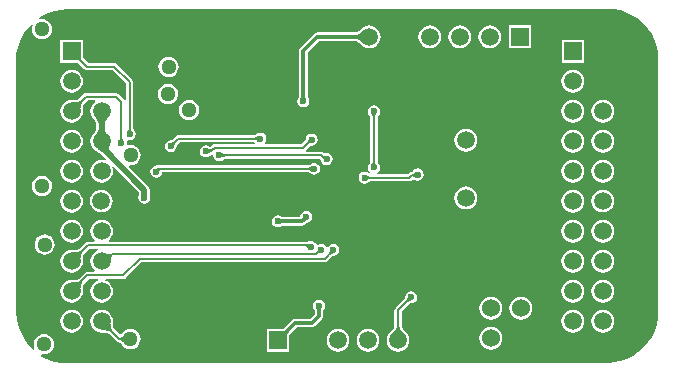
<source format=gbl>
G04*
G04 #@! TF.GenerationSoftware,Altium Limited,Altium Designer,19.0.15 (446)*
G04*
G04 Layer_Physical_Order=2*
G04 Layer_Color=16711680*
%FSLAX24Y24*%
%MOIN*%
G70*
G01*
G75*
%ADD13C,0.0118*%
%ADD25R,0.0591X0.0591*%
%ADD47C,0.0080*%
%ADD49C,0.0197*%
%ADD50C,0.0512*%
%ADD51C,0.0591*%
%ADD52R,0.0591X0.0591*%
%ADD53C,0.0600*%
%ADD54O,0.0591X0.0669*%
%ADD55O,0.0512X0.0787*%
%ADD56C,0.0236*%
G36*
X20060Y11924D02*
X20281Y11880D01*
X20495Y11807D01*
X20697Y11708D01*
X20884Y11582D01*
X21054Y11434D01*
X21203Y11264D01*
X21328Y11077D01*
X21428Y10875D01*
X21500Y10661D01*
X21532Y10501D01*
Y2085D01*
X21529Y2052D01*
X21528Y2050D01*
X21527Y2038D01*
X21527Y2038D01*
X21532Y1969D01*
Y1761D01*
X21524Y1640D01*
X21480Y1419D01*
X21407Y1205D01*
X21308Y1003D01*
X21182Y816D01*
X21034Y646D01*
X20864Y497D01*
X20677Y372D01*
X20475Y272D01*
X20261Y200D01*
X20040Y156D01*
X19988Y153D01*
X19988Y149D01*
X19953Y142D01*
X19923Y122D01*
X2038D01*
X2038Y123D01*
X2023Y122D01*
X1707D01*
X1640Y126D01*
X1419Y170D01*
X1205Y243D01*
X1003Y342D01*
X957Y373D01*
X975Y421D01*
X1050Y411D01*
X1138Y423D01*
X1219Y457D01*
X1290Y510D01*
X1343Y581D01*
X1377Y662D01*
X1389Y750D01*
X1377Y838D01*
X1343Y919D01*
X1290Y990D01*
X1219Y1043D01*
X1138Y1077D01*
X1050Y1089D01*
X962Y1077D01*
X881Y1043D01*
X810Y990D01*
X757Y919D01*
X723Y838D01*
X711Y750D01*
X723Y662D01*
X735Y634D01*
X705Y576D01*
X695Y573D01*
X646Y616D01*
X497Y786D01*
X372Y973D01*
X272Y1175D01*
X200Y1389D01*
X156Y1610D01*
X153Y1662D01*
X149Y1662D01*
X142Y1697D01*
X122Y1727D01*
Y10012D01*
X123Y10012D01*
X122Y10027D01*
Y10343D01*
X126Y10410D01*
X170Y10631D01*
X243Y10845D01*
X342Y11047D01*
X468Y11234D01*
X616Y11404D01*
X646Y11430D01*
X688Y11400D01*
X662Y11338D01*
X650Y11250D01*
X662Y11162D01*
X696Y11081D01*
X750Y11010D01*
X820Y10957D01*
X901Y10923D01*
X989Y10911D01*
X1077Y10923D01*
X1158Y10957D01*
X1229Y11010D01*
X1282Y11081D01*
X1316Y11162D01*
X1328Y11250D01*
X1316Y11338D01*
X1282Y11419D01*
X1229Y11490D01*
X1158Y11543D01*
X1077Y11577D01*
X989Y11589D01*
X915Y11579D01*
X897Y11627D01*
X973Y11678D01*
X1175Y11778D01*
X1389Y11850D01*
X1610Y11894D01*
X1662Y11897D01*
X1662Y11901D01*
X1697Y11908D01*
X1727Y11928D01*
X19662D01*
X19662Y11927D01*
X19677Y11928D01*
X19993D01*
X20060Y11924D01*
D02*
G37*
%LPC*%
G36*
X17288Y11379D02*
X16537D01*
Y10629D01*
X17288D01*
Y11379D01*
D02*
G37*
G36*
X15913Y11382D02*
X15815Y11369D01*
X15723Y11332D01*
X15645Y11272D01*
X15585Y11193D01*
X15547Y11102D01*
X15534Y11004D01*
X15547Y10906D01*
X15585Y10815D01*
X15645Y10736D01*
X15723Y10676D01*
X15815Y10638D01*
X15913Y10625D01*
X16011Y10638D01*
X16102Y10676D01*
X16180Y10736D01*
X16240Y10815D01*
X16278Y10906D01*
X16291Y11004D01*
X16278Y11102D01*
X16240Y11193D01*
X16180Y11272D01*
X16102Y11332D01*
X16011Y11369D01*
X15913Y11382D01*
D02*
G37*
G36*
X14913D02*
X14815Y11369D01*
X14723Y11332D01*
X14645Y11272D01*
X14585Y11193D01*
X14547Y11102D01*
X14534Y11004D01*
X14547Y10906D01*
X14585Y10815D01*
X14645Y10736D01*
X14723Y10676D01*
X14815Y10638D01*
X14913Y10625D01*
X15011Y10638D01*
X15102Y10676D01*
X15180Y10736D01*
X15240Y10815D01*
X15278Y10906D01*
X15291Y11004D01*
X15278Y11102D01*
X15240Y11193D01*
X15180Y11272D01*
X15102Y11332D01*
X15011Y11369D01*
X14913Y11382D01*
D02*
G37*
G36*
X13913D02*
X13815Y11369D01*
X13723Y11332D01*
X13645Y11272D01*
X13585Y11193D01*
X13547Y11102D01*
X13534Y11004D01*
X13547Y10906D01*
X13585Y10815D01*
X13645Y10736D01*
X13723Y10676D01*
X13815Y10638D01*
X13913Y10625D01*
X14011Y10638D01*
X14102Y10676D01*
X14180Y10736D01*
X14240Y10815D01*
X14278Y10906D01*
X14291Y11004D01*
X14278Y11102D01*
X14240Y11193D01*
X14180Y11272D01*
X14102Y11332D01*
X14011Y11369D01*
X13913Y11382D01*
D02*
G37*
G36*
X11900D02*
X11802Y11369D01*
X11711Y11332D01*
X11632Y11272D01*
X11626Y11263D01*
X11579Y11219D01*
X11556Y11200D01*
X11533Y11184D01*
X11512Y11171D01*
X11493Y11160D01*
X11475Y11153D01*
X11459Y11148D01*
X11447Y11146D01*
X10161D01*
X10107Y11135D01*
X10061Y11104D01*
X9600Y10643D01*
X9569Y10597D01*
X9558Y10543D01*
Y9001D01*
X9558Y8998D01*
X9557Y8993D01*
X9557Y8992D01*
X9513Y8927D01*
X9498Y8850D01*
X9513Y8773D01*
X9557Y8707D01*
X9623Y8663D01*
X9700Y8648D01*
X9777Y8663D01*
X9843Y8707D01*
X9887Y8773D01*
X9902Y8850D01*
X9887Y8927D01*
X9843Y8992D01*
X9843Y8993D01*
X9842Y8997D01*
X9842Y9003D01*
Y10484D01*
X10220Y10862D01*
X11447D01*
X11459Y10860D01*
X11475Y10855D01*
X11493Y10848D01*
X11512Y10837D01*
X11533Y10824D01*
X11555Y10808D01*
X11605Y10765D01*
X11625Y10746D01*
X11632Y10736D01*
X11711Y10676D01*
X11802Y10638D01*
X11900Y10625D01*
X11998Y10638D01*
X12089Y10676D01*
X12168Y10736D01*
X12228Y10815D01*
X12266Y10906D01*
X12278Y11004D01*
X12266Y11102D01*
X12228Y11193D01*
X12168Y11272D01*
X12089Y11332D01*
X11998Y11369D01*
X11900Y11382D01*
D02*
G37*
G36*
X19056Y10893D02*
X18306D01*
Y10142D01*
X19056D01*
Y10893D01*
D02*
G37*
G36*
X5206Y10339D02*
X5119Y10327D01*
X5037Y10293D01*
X4967Y10240D01*
X4913Y10169D01*
X4879Y10088D01*
X4868Y10000D01*
X4879Y9912D01*
X4913Y9831D01*
X4967Y9760D01*
X5037Y9707D01*
X5119Y9673D01*
X5206Y9661D01*
X5294Y9673D01*
X5376Y9707D01*
X5446Y9760D01*
X5500Y9831D01*
X5534Y9912D01*
X5545Y10000D01*
X5534Y10088D01*
X5500Y10169D01*
X5446Y10240D01*
X5376Y10293D01*
X5294Y10327D01*
X5206Y10339D01*
D02*
G37*
G36*
X18681Y9896D02*
X18583Y9883D01*
X18492Y9845D01*
X18414Y9785D01*
X18353Y9707D01*
X18316Y9615D01*
X18303Y9517D01*
X18316Y9419D01*
X18353Y9328D01*
X18414Y9250D01*
X18492Y9190D01*
X18583Y9152D01*
X18681Y9139D01*
X18779Y9152D01*
X18870Y9190D01*
X18949Y9250D01*
X19009Y9328D01*
X19047Y9419D01*
X19060Y9517D01*
X19047Y9615D01*
X19009Y9707D01*
X18949Y9785D01*
X18870Y9845D01*
X18779Y9883D01*
X18681Y9896D01*
D02*
G37*
G36*
X1972D02*
X1874Y9883D01*
X1783Y9845D01*
X1705Y9785D01*
X1645Y9707D01*
X1607Y9615D01*
X1594Y9517D01*
X1607Y9419D01*
X1645Y9328D01*
X1705Y9250D01*
X1783Y9190D01*
X1874Y9152D01*
X1972Y9139D01*
X2070Y9152D01*
X2162Y9190D01*
X2240Y9250D01*
X2300Y9328D01*
X2338Y9419D01*
X2351Y9517D01*
X2338Y9615D01*
X2300Y9707D01*
X2240Y9785D01*
X2162Y9845D01*
X2070Y9883D01*
X1972Y9896D01*
D02*
G37*
G36*
X2348Y10893D02*
X1597D01*
Y10142D01*
X2152D01*
X2153Y10142D01*
X2155Y10142D01*
X2172D01*
X2191Y10125D01*
X2403Y9914D01*
X2443Y9887D01*
X2490Y9878D01*
X3349D01*
X3791Y9436D01*
Y8866D01*
X3741Y8861D01*
X3739Y8871D01*
X3713Y8910D01*
X3536Y9086D01*
X3497Y9113D01*
X3450Y9122D01*
X2455D01*
X2408Y9113D01*
X2369Y9086D01*
X2214Y8932D01*
X2213Y8931D01*
X2204Y8926D01*
X2191Y8919D01*
X2172Y8913D01*
X2150Y8907D01*
X2123Y8902D01*
X2093Y8899D01*
X2018Y8894D01*
X1985Y8894D01*
X1972Y8896D01*
X1874Y8883D01*
X1783Y8845D01*
X1705Y8785D01*
X1645Y8707D01*
X1607Y8615D01*
X1594Y8517D01*
X1607Y8419D01*
X1645Y8328D01*
X1705Y8250D01*
X1783Y8190D01*
X1874Y8152D01*
X1972Y8139D01*
X2070Y8152D01*
X2162Y8190D01*
X2240Y8250D01*
X2300Y8328D01*
X2338Y8419D01*
X2351Y8517D01*
X2349Y8530D01*
X2349Y8563D01*
X2354Y8638D01*
X2358Y8668D01*
X2362Y8695D01*
X2368Y8717D01*
X2374Y8735D01*
X2381Y8749D01*
X2386Y8758D01*
X2387Y8759D01*
X2506Y8878D01*
X2744D01*
X2761Y8828D01*
X2705Y8785D01*
X2645Y8707D01*
X2607Y8615D01*
X2594Y8517D01*
X2607Y8419D01*
X2645Y8328D01*
X2705Y8250D01*
X2714Y8243D01*
X2725Y8231D01*
X2740Y8213D01*
X2753Y8195D01*
X2763Y8177D01*
X2772Y8159D01*
X2780Y8141D01*
X2785Y8122D01*
X2789Y8103D01*
X2791Y8091D01*
Y7943D01*
X2789Y7932D01*
X2785Y7913D01*
X2780Y7894D01*
X2772Y7875D01*
X2763Y7857D01*
X2753Y7839D01*
X2740Y7822D01*
X2725Y7804D01*
X2714Y7792D01*
X2705Y7785D01*
X2645Y7707D01*
X2607Y7615D01*
X2594Y7517D01*
X2607Y7419D01*
X2645Y7328D01*
X2705Y7250D01*
X2783Y7190D01*
X2808Y7179D01*
X2811Y7177D01*
X2855Y7154D01*
X2874Y7143D01*
X2914Y7117D01*
X2931Y7105D01*
X2974Y7069D01*
X3131Y6912D01*
X3103Y6870D01*
X3070Y6883D01*
X2972Y6896D01*
X2874Y6883D01*
X2783Y6845D01*
X2705Y6785D01*
X2645Y6707D01*
X2607Y6615D01*
X2594Y6517D01*
X2607Y6419D01*
X2645Y6328D01*
X2705Y6250D01*
X2783Y6190D01*
X2874Y6152D01*
X2972Y6139D01*
X3070Y6152D01*
X3162Y6190D01*
X3240Y6250D01*
X3300Y6328D01*
X3338Y6419D01*
X3351Y6517D01*
X3338Y6615D01*
X3325Y6647D01*
X3367Y6676D01*
X4218Y5825D01*
Y5724D01*
X4213Y5717D01*
X4198Y5639D01*
X4213Y5562D01*
X4257Y5497D01*
X4323Y5453D01*
X4400Y5437D01*
X4477Y5453D01*
X4543Y5497D01*
X4587Y5562D01*
X4602Y5639D01*
X4587Y5717D01*
X4582Y5724D01*
Y5900D01*
X4568Y5970D01*
X4529Y6029D01*
X3890Y6667D01*
X3913Y6715D01*
X3939Y6711D01*
X4027Y6723D01*
X4108Y6757D01*
X4179Y6810D01*
X4232Y6881D01*
X4266Y6962D01*
X4278Y7050D01*
X4266Y7138D01*
X4232Y7219D01*
X4179Y7290D01*
X4108Y7343D01*
X4027Y7377D01*
X3939Y7389D01*
X3865Y7379D01*
X3833Y7403D01*
X3822Y7419D01*
X3828Y7450D01*
X3814Y7521D01*
X3818Y7528D01*
X3828Y7541D01*
X3851Y7561D01*
X3913Y7548D01*
X3991Y7563D01*
X4056Y7607D01*
X4100Y7673D01*
X4115Y7750D01*
X4100Y7827D01*
X4056Y7893D01*
X4048Y7898D01*
X4045Y7901D01*
X4043Y7905D01*
X4041Y7909D01*
X4039Y7912D01*
X4037Y7916D01*
X4036Y7919D01*
X4036Y7923D01*
Y9487D01*
X4026Y9533D01*
X4000Y9573D01*
X3486Y10086D01*
X3447Y10113D01*
X3400Y10122D01*
X2540D01*
X2367Y10295D01*
X2355Y10308D01*
X2348Y10318D01*
X2348Y10318D01*
Y10335D01*
X2348Y10336D01*
X2348Y10338D01*
Y10893D01*
D02*
G37*
G36*
X5189Y9439D02*
X5101Y9427D01*
X5020Y9393D01*
X4949Y9340D01*
X4896Y9269D01*
X4862Y9188D01*
X4850Y9100D01*
X4862Y9012D01*
X4896Y8931D01*
X4949Y8860D01*
X5020Y8807D01*
X5101Y8773D01*
X5189Y8761D01*
X5277Y8773D01*
X5358Y8807D01*
X5429Y8860D01*
X5482Y8931D01*
X5516Y9012D01*
X5528Y9100D01*
X5516Y9188D01*
X5482Y9269D01*
X5429Y9340D01*
X5358Y9393D01*
X5277Y9427D01*
X5189Y9439D01*
D02*
G37*
G36*
X5892Y8901D02*
X5804Y8890D01*
X5723Y8856D01*
X5653Y8802D01*
X5599Y8732D01*
X5565Y8650D01*
X5553Y8563D01*
X5565Y8475D01*
X5599Y8393D01*
X5653Y8323D01*
X5723Y8269D01*
X5804Y8236D01*
X5892Y8224D01*
X5980Y8236D01*
X6062Y8269D01*
X6132Y8323D01*
X6186Y8393D01*
X6219Y8475D01*
X6231Y8563D01*
X6219Y8650D01*
X6186Y8732D01*
X6132Y8802D01*
X6062Y8856D01*
X5980Y8890D01*
X5892Y8901D01*
D02*
G37*
G36*
X19681Y8896D02*
X19583Y8883D01*
X19492Y8845D01*
X19414Y8785D01*
X19353Y8707D01*
X19316Y8615D01*
X19303Y8517D01*
X19316Y8419D01*
X19353Y8328D01*
X19414Y8250D01*
X19492Y8190D01*
X19583Y8152D01*
X19681Y8139D01*
X19779Y8152D01*
X19870Y8190D01*
X19949Y8250D01*
X20009Y8328D01*
X20047Y8419D01*
X20060Y8517D01*
X20047Y8615D01*
X20009Y8707D01*
X19949Y8785D01*
X19870Y8845D01*
X19779Y8883D01*
X19681Y8896D01*
D02*
G37*
G36*
X18681D02*
X18583Y8883D01*
X18492Y8845D01*
X18414Y8785D01*
X18353Y8707D01*
X18316Y8615D01*
X18303Y8517D01*
X18316Y8419D01*
X18353Y8328D01*
X18414Y8250D01*
X18492Y8190D01*
X18583Y8152D01*
X18681Y8139D01*
X18779Y8152D01*
X18870Y8190D01*
X18949Y8250D01*
X19009Y8328D01*
X19047Y8419D01*
X19060Y8517D01*
X19047Y8615D01*
X19009Y8707D01*
X18949Y8785D01*
X18870Y8845D01*
X18779Y8883D01*
X18681Y8896D01*
D02*
G37*
G36*
X8263Y7809D02*
X8186Y7794D01*
X8120Y7750D01*
X8115Y7742D01*
X8112Y7739D01*
X8108Y7737D01*
X8104Y7734D01*
X8101Y7733D01*
X8097Y7731D01*
X8094Y7730D01*
X8090Y7729D01*
X5535D01*
X5534Y7730D01*
X5487Y7720D01*
X5448Y7694D01*
X5317Y7563D01*
X5314Y7561D01*
X5311Y7560D01*
X5307Y7558D01*
X5304Y7557D01*
X5300Y7556D01*
X5295Y7555D01*
X5291Y7555D01*
X5281Y7556D01*
X5204Y7541D01*
X5139Y7497D01*
X5095Y7432D01*
X5079Y7355D01*
X5095Y7277D01*
X5139Y7212D01*
X5204Y7168D01*
X5281Y7153D01*
X5359Y7168D01*
X5424Y7212D01*
X5468Y7277D01*
X5483Y7355D01*
X5481Y7364D01*
X5482Y7368D01*
X5482Y7373D01*
X5484Y7377D01*
X5485Y7381D01*
X5486Y7384D01*
X5488Y7387D01*
X5490Y7390D01*
X5585Y7485D01*
X8067D01*
X8078Y7472D01*
X8056Y7422D01*
X6750D01*
X6703Y7413D01*
X6664Y7386D01*
X6612Y7335D01*
X6604D01*
X6599Y7335D01*
X6593Y7337D01*
X6587Y7338D01*
X6580Y7340D01*
X6575Y7343D01*
X6559Y7350D01*
X6551Y7355D01*
X6547Y7356D01*
X6527Y7369D01*
X6450Y7384D01*
X6373Y7369D01*
X6307Y7325D01*
X6263Y7260D01*
X6248Y7182D01*
X6263Y7105D01*
X6307Y7040D01*
X6373Y6996D01*
X6450Y6980D01*
X6527Y6996D01*
X6593Y7040D01*
X6616Y7075D01*
X6621Y7080D01*
X6660Y7080D01*
X6698Y7050D01*
X6713Y6973D01*
X6757Y6907D01*
X6823Y6863D01*
X6900Y6848D01*
X6977Y6863D01*
X7043Y6907D01*
X7048Y6916D01*
X7051Y6918D01*
X7055Y6921D01*
X7059Y6923D01*
X7062Y6925D01*
X7066Y6926D01*
X7069Y6927D01*
X7073Y6928D01*
X10244D01*
X10262Y6910D01*
X10267Y6903D01*
X10270Y6899D01*
X10279Y6885D01*
X10282Y6879D01*
X10290Y6863D01*
X10292Y6852D01*
X10336Y6786D01*
X10402Y6742D01*
X10479Y6727D01*
X10556Y6742D01*
X10622Y6786D01*
X10666Y6852D01*
X10681Y6929D01*
X10666Y7006D01*
X10622Y7072D01*
X10556Y7116D01*
X10479Y7131D01*
X10402Y7116D01*
X10381Y7136D01*
X10341Y7163D01*
X10294Y7172D01*
X9804D01*
X9793Y7188D01*
X9785Y7222D01*
X9929Y7367D01*
X9932Y7369D01*
X9934Y7370D01*
X9937Y7371D01*
X9940Y7372D01*
X9944Y7373D01*
X9948Y7373D01*
X9952Y7373D01*
X9958Y7373D01*
X9972Y7370D01*
X10050Y7386D01*
X10115Y7430D01*
X10159Y7495D01*
X10174Y7572D01*
X10159Y7650D01*
X10115Y7715D01*
X10050Y7759D01*
X9972Y7774D01*
X9895Y7759D01*
X9830Y7715D01*
X9786Y7650D01*
X9770Y7572D01*
X9771Y7569D01*
X9770Y7565D01*
X9769Y7560D01*
X9767Y7556D01*
X9765Y7552D01*
X9763Y7548D01*
X9761Y7544D01*
X9639Y7422D01*
X8426D01*
X8411Y7472D01*
X8450Y7530D01*
X8465Y7607D01*
X8450Y7684D01*
X8406Y7750D01*
X8340Y7794D01*
X8263Y7809D01*
D02*
G37*
G36*
X15114Y7932D02*
X15016Y7919D01*
X14925Y7881D01*
X14847Y7821D01*
X14787Y7743D01*
X14749Y7652D01*
X14736Y7554D01*
X14749Y7456D01*
X14787Y7364D01*
X14847Y7286D01*
X14925Y7226D01*
X15016Y7188D01*
X15114Y7175D01*
X15212Y7188D01*
X15304Y7226D01*
X15382Y7286D01*
X15442Y7364D01*
X15480Y7456D01*
X15493Y7554D01*
X15480Y7652D01*
X15442Y7743D01*
X15382Y7821D01*
X15304Y7881D01*
X15212Y7919D01*
X15114Y7932D01*
D02*
G37*
G36*
X19681Y7896D02*
X19583Y7883D01*
X19492Y7845D01*
X19414Y7785D01*
X19353Y7707D01*
X19316Y7615D01*
X19303Y7517D01*
X19316Y7419D01*
X19353Y7328D01*
X19414Y7250D01*
X19492Y7190D01*
X19583Y7152D01*
X19681Y7139D01*
X19779Y7152D01*
X19870Y7190D01*
X19949Y7250D01*
X20009Y7328D01*
X20047Y7419D01*
X20060Y7517D01*
X20047Y7615D01*
X20009Y7707D01*
X19949Y7785D01*
X19870Y7845D01*
X19779Y7883D01*
X19681Y7896D01*
D02*
G37*
G36*
X18681D02*
X18583Y7883D01*
X18492Y7845D01*
X18414Y7785D01*
X18353Y7707D01*
X18316Y7615D01*
X18303Y7517D01*
X18316Y7419D01*
X18353Y7328D01*
X18414Y7250D01*
X18492Y7190D01*
X18583Y7152D01*
X18681Y7139D01*
X18779Y7152D01*
X18870Y7190D01*
X18949Y7250D01*
X19009Y7328D01*
X19047Y7419D01*
X19060Y7517D01*
X19047Y7615D01*
X19009Y7707D01*
X18949Y7785D01*
X18870Y7845D01*
X18779Y7883D01*
X18681Y7896D01*
D02*
G37*
G36*
X1972D02*
X1874Y7883D01*
X1783Y7845D01*
X1705Y7785D01*
X1645Y7707D01*
X1607Y7615D01*
X1594Y7517D01*
X1607Y7419D01*
X1645Y7328D01*
X1705Y7250D01*
X1783Y7190D01*
X1874Y7152D01*
X1972Y7139D01*
X2070Y7152D01*
X2162Y7190D01*
X2240Y7250D01*
X2300Y7328D01*
X2338Y7419D01*
X2351Y7517D01*
X2338Y7615D01*
X2300Y7707D01*
X2240Y7785D01*
X2162Y7845D01*
X2070Y7883D01*
X1972Y7896D01*
D02*
G37*
G36*
X12050Y8719D02*
X11973Y8704D01*
X11907Y8660D01*
X11863Y8595D01*
X11848Y8517D01*
X11863Y8440D01*
X11907Y8375D01*
X11916Y8369D01*
X11918Y8366D01*
X11921Y8362D01*
X11923Y8359D01*
X11925Y8355D01*
X11926Y8352D01*
X11927Y8348D01*
X11928Y8344D01*
Y6823D01*
X11927Y6819D01*
X11926Y6816D01*
X11925Y6812D01*
X11923Y6809D01*
X11921Y6805D01*
X11918Y6801D01*
X11916Y6798D01*
X11907Y6793D01*
X11863Y6727D01*
X11848Y6650D01*
X11863Y6573D01*
X11907Y6507D01*
X11927Y6494D01*
X11935Y6459D01*
X11935Y6458D01*
X11929Y6444D01*
X11890Y6445D01*
X11889Y6448D01*
X11823Y6491D01*
X11746Y6507D01*
X11668Y6491D01*
X11603Y6448D01*
X11559Y6382D01*
X11544Y6305D01*
X11559Y6227D01*
X11603Y6162D01*
X11668Y6118D01*
X11746Y6103D01*
X11823Y6118D01*
X11889Y6162D01*
X11892Y6167D01*
X11892Y6167D01*
X11896Y6170D01*
X11901Y6173D01*
X11905Y6174D01*
X11909Y6176D01*
X11913Y6177D01*
X11917Y6178D01*
X13232D01*
X13278Y6187D01*
X13318Y6214D01*
X13360Y6256D01*
X13361Y6255D01*
X13367Y6254D01*
X13373Y6252D01*
X13380Y6250D01*
X13385Y6248D01*
X13401Y6241D01*
X13409Y6236D01*
X13413Y6235D01*
X13433Y6222D01*
X13510Y6206D01*
X13587Y6222D01*
X13653Y6266D01*
X13696Y6331D01*
X13712Y6408D01*
X13696Y6486D01*
X13653Y6551D01*
X13587Y6595D01*
X13510Y6610D01*
X13433Y6595D01*
X13367Y6551D01*
X13344Y6516D01*
X13339Y6511D01*
X13335Y6505D01*
X13334Y6503D01*
X13333Y6502D01*
X13332Y6502D01*
X13332Y6502D01*
X13331Y6501D01*
X13330Y6501D01*
X13329Y6501D01*
X13310D01*
X13263Y6491D01*
X13224Y6465D01*
X13181Y6422D01*
X12156D01*
X12140Y6472D01*
X12193Y6507D01*
X12237Y6573D01*
X12252Y6650D01*
X12237Y6727D01*
X12193Y6793D01*
X12184Y6798D01*
X12182Y6801D01*
X12179Y6805D01*
X12177Y6809D01*
X12175Y6812D01*
X12174Y6816D01*
X12173Y6819D01*
X12172Y6823D01*
Y8344D01*
X12173Y8348D01*
X12174Y8352D01*
X12175Y8355D01*
X12177Y8359D01*
X12179Y8362D01*
X12182Y8366D01*
X12184Y8369D01*
X12193Y8375D01*
X12237Y8440D01*
X12252Y8517D01*
X12237Y8595D01*
X12193Y8660D01*
X12127Y8704D01*
X12050Y8719D01*
D02*
G37*
G36*
X10050Y6802D02*
X9973Y6787D01*
X9907Y6743D01*
X9902Y6734D01*
X9899Y6732D01*
X9895Y6729D01*
X9891Y6727D01*
X9888Y6725D01*
X9884Y6724D01*
X9881Y6723D01*
X9877Y6722D01*
X4847D01*
X4800Y6713D01*
X4777Y6697D01*
X4723Y6687D01*
X4657Y6643D01*
X4613Y6577D01*
X4598Y6500D01*
X4613Y6423D01*
X4657Y6357D01*
X4723Y6313D01*
X4800Y6298D01*
X4877Y6313D01*
X4943Y6357D01*
X4987Y6423D01*
X4997Y6478D01*
X9877D01*
X9881Y6477D01*
X9884Y6476D01*
X9888Y6475D01*
X9891Y6473D01*
X9895Y6471D01*
X9899Y6468D01*
X9902Y6466D01*
X9907Y6457D01*
X9973Y6413D01*
X10050Y6398D01*
X10127Y6413D01*
X10193Y6457D01*
X10237Y6523D01*
X10252Y6600D01*
X10237Y6677D01*
X10193Y6743D01*
X10127Y6787D01*
X10050Y6802D01*
D02*
G37*
G36*
X19681Y6896D02*
X19583Y6883D01*
X19492Y6845D01*
X19414Y6785D01*
X19353Y6707D01*
X19316Y6615D01*
X19303Y6517D01*
X19316Y6419D01*
X19353Y6328D01*
X19414Y6250D01*
X19492Y6190D01*
X19583Y6152D01*
X19681Y6139D01*
X19779Y6152D01*
X19870Y6190D01*
X19949Y6250D01*
X20009Y6328D01*
X20047Y6419D01*
X20060Y6517D01*
X20047Y6615D01*
X20009Y6707D01*
X19949Y6785D01*
X19870Y6845D01*
X19779Y6883D01*
X19681Y6896D01*
D02*
G37*
G36*
X18681D02*
X18583Y6883D01*
X18492Y6845D01*
X18414Y6785D01*
X18353Y6707D01*
X18316Y6615D01*
X18303Y6517D01*
X18316Y6419D01*
X18353Y6328D01*
X18414Y6250D01*
X18492Y6190D01*
X18583Y6152D01*
X18681Y6139D01*
X18779Y6152D01*
X18870Y6190D01*
X18949Y6250D01*
X19009Y6328D01*
X19047Y6419D01*
X19060Y6517D01*
X19047Y6615D01*
X19009Y6707D01*
X18949Y6785D01*
X18870Y6845D01*
X18779Y6883D01*
X18681Y6896D01*
D02*
G37*
G36*
X1972D02*
X1874Y6883D01*
X1783Y6845D01*
X1705Y6785D01*
X1645Y6707D01*
X1607Y6615D01*
X1594Y6517D01*
X1607Y6419D01*
X1645Y6328D01*
X1705Y6250D01*
X1783Y6190D01*
X1874Y6152D01*
X1972Y6139D01*
X2070Y6152D01*
X2162Y6190D01*
X2240Y6250D01*
X2300Y6328D01*
X2338Y6419D01*
X2351Y6517D01*
X2338Y6615D01*
X2300Y6707D01*
X2240Y6785D01*
X2162Y6845D01*
X2070Y6883D01*
X1972Y6896D01*
D02*
G37*
G36*
X989Y6374D02*
X901Y6362D01*
X820Y6328D01*
X750Y6274D01*
X696Y6204D01*
X662Y6123D01*
X650Y6035D01*
X662Y5947D01*
X696Y5866D01*
X750Y5795D01*
X820Y5742D01*
X901Y5708D01*
X989Y5696D01*
X1077Y5708D01*
X1158Y5742D01*
X1229Y5795D01*
X1282Y5866D01*
X1316Y5947D01*
X1328Y6035D01*
X1316Y6123D01*
X1282Y6204D01*
X1229Y6274D01*
X1158Y6328D01*
X1077Y6362D01*
X989Y6374D01*
D02*
G37*
G36*
X15114Y6011D02*
X15016Y5998D01*
X14925Y5960D01*
X14847Y5900D01*
X14787Y5822D01*
X14749Y5730D01*
X14736Y5632D01*
X14749Y5534D01*
X14787Y5443D01*
X14847Y5365D01*
X14925Y5305D01*
X15016Y5267D01*
X15114Y5254D01*
X15212Y5267D01*
X15304Y5305D01*
X15382Y5365D01*
X15442Y5443D01*
X15480Y5534D01*
X15493Y5632D01*
X15480Y5730D01*
X15442Y5822D01*
X15382Y5900D01*
X15304Y5960D01*
X15212Y5998D01*
X15114Y6011D01*
D02*
G37*
G36*
X19677Y5908D02*
X19579Y5895D01*
X19488Y5858D01*
X19410Y5798D01*
X19349Y5719D01*
X19312Y5628D01*
X19299Y5530D01*
X19312Y5432D01*
X19349Y5341D01*
X19410Y5262D01*
X19488Y5202D01*
X19579Y5164D01*
X19677Y5151D01*
X19775Y5164D01*
X19866Y5202D01*
X19945Y5262D01*
X20005Y5341D01*
X20043Y5432D01*
X20056Y5530D01*
X20043Y5628D01*
X20005Y5719D01*
X19945Y5798D01*
X19866Y5858D01*
X19775Y5895D01*
X19677Y5908D01*
D02*
G37*
G36*
X2968D02*
X2871Y5895D01*
X2779Y5858D01*
X2701Y5798D01*
X2641Y5719D01*
X2603Y5628D01*
X2590Y5530D01*
X2603Y5432D01*
X2641Y5341D01*
X2701Y5262D01*
X2779Y5202D01*
X2871Y5164D01*
X2968Y5151D01*
X3066Y5164D01*
X3158Y5202D01*
X3236Y5262D01*
X3296Y5341D01*
X3334Y5432D01*
X3347Y5530D01*
X3334Y5628D01*
X3296Y5719D01*
X3236Y5798D01*
X3158Y5858D01*
X3066Y5895D01*
X2968Y5908D01*
D02*
G37*
G36*
X18681Y5896D02*
X18583Y5883D01*
X18492Y5845D01*
X18414Y5785D01*
X18353Y5707D01*
X18316Y5615D01*
X18303Y5517D01*
X18316Y5419D01*
X18353Y5328D01*
X18414Y5250D01*
X18492Y5190D01*
X18583Y5152D01*
X18681Y5139D01*
X18779Y5152D01*
X18870Y5190D01*
X18949Y5250D01*
X19009Y5328D01*
X19047Y5419D01*
X19060Y5517D01*
X19047Y5615D01*
X19009Y5707D01*
X18949Y5785D01*
X18870Y5845D01*
X18779Y5883D01*
X18681Y5896D01*
D02*
G37*
G36*
X1972D02*
X1874Y5883D01*
X1783Y5845D01*
X1705Y5785D01*
X1645Y5707D01*
X1607Y5615D01*
X1594Y5517D01*
X1607Y5419D01*
X1645Y5328D01*
X1705Y5250D01*
X1783Y5190D01*
X1874Y5152D01*
X1972Y5139D01*
X2070Y5152D01*
X2162Y5190D01*
X2240Y5250D01*
X2300Y5328D01*
X2338Y5419D01*
X2351Y5517D01*
X2338Y5615D01*
X2300Y5707D01*
X2240Y5785D01*
X2162Y5845D01*
X2070Y5883D01*
X1972Y5896D01*
D02*
G37*
G36*
X9800Y5202D02*
X9723Y5187D01*
X9657Y5143D01*
X9613Y5077D01*
X9598Y5000D01*
X9598Y5000D01*
X9595Y4996D01*
X9592Y4992D01*
X9591Y4992D01*
X9001D01*
X8998Y4992D01*
X8993Y4993D01*
X8992Y4993D01*
X8927Y5037D01*
X8850Y5052D01*
X8773Y5037D01*
X8707Y4993D01*
X8663Y4927D01*
X8648Y4850D01*
X8663Y4773D01*
X8707Y4707D01*
X8773Y4663D01*
X8850Y4648D01*
X8927Y4663D01*
X8992Y4707D01*
X8993Y4707D01*
X8997Y4708D01*
X9003Y4708D01*
X9650D01*
X9704Y4719D01*
X9750Y4750D01*
X9793Y4793D01*
X9795Y4795D01*
X9800Y4798D01*
X9800Y4798D01*
X9877Y4813D01*
X9943Y4857D01*
X9987Y4923D01*
X10002Y5000D01*
X9987Y5077D01*
X9943Y5143D01*
X9877Y5187D01*
X9800Y5202D01*
D02*
G37*
G36*
X19681Y4896D02*
X19583Y4883D01*
X19492Y4845D01*
X19414Y4785D01*
X19353Y4707D01*
X19316Y4615D01*
X19303Y4517D01*
X19316Y4419D01*
X19353Y4328D01*
X19414Y4250D01*
X19492Y4190D01*
X19583Y4152D01*
X19681Y4139D01*
X19779Y4152D01*
X19870Y4190D01*
X19949Y4250D01*
X20009Y4328D01*
X20047Y4419D01*
X20060Y4517D01*
X20047Y4615D01*
X20009Y4707D01*
X19949Y4785D01*
X19870Y4845D01*
X19779Y4883D01*
X19681Y4896D01*
D02*
G37*
G36*
X18681D02*
X18583Y4883D01*
X18492Y4845D01*
X18414Y4785D01*
X18353Y4707D01*
X18316Y4615D01*
X18303Y4517D01*
X18316Y4419D01*
X18353Y4328D01*
X18414Y4250D01*
X18492Y4190D01*
X18583Y4152D01*
X18681Y4139D01*
X18779Y4152D01*
X18870Y4190D01*
X18949Y4250D01*
X19009Y4328D01*
X19047Y4419D01*
X19060Y4517D01*
X19047Y4615D01*
X19009Y4707D01*
X18949Y4785D01*
X18870Y4845D01*
X18779Y4883D01*
X18681Y4896D01*
D02*
G37*
G36*
X1972D02*
X1874Y4883D01*
X1783Y4845D01*
X1705Y4785D01*
X1645Y4707D01*
X1607Y4615D01*
X1594Y4517D01*
X1607Y4419D01*
X1645Y4328D01*
X1705Y4250D01*
X1783Y4190D01*
X1874Y4152D01*
X1972Y4139D01*
X2070Y4152D01*
X2162Y4190D01*
X2240Y4250D01*
X2300Y4328D01*
X2338Y4419D01*
X2351Y4517D01*
X2338Y4615D01*
X2300Y4707D01*
X2240Y4785D01*
X2162Y4845D01*
X2070Y4883D01*
X1972Y4896D01*
D02*
G37*
G36*
X1075Y4412D02*
X988Y4400D01*
X906Y4366D01*
X836Y4313D01*
X782Y4242D01*
X748Y4161D01*
X737Y4073D01*
X748Y3985D01*
X782Y3904D01*
X836Y3834D01*
X906Y3780D01*
X988Y3746D01*
X1075Y3734D01*
X1163Y3746D01*
X1245Y3780D01*
X1315Y3834D01*
X1369Y3904D01*
X1403Y3985D01*
X1414Y4073D01*
X1403Y4161D01*
X1369Y4242D01*
X1315Y4313D01*
X1245Y4366D01*
X1163Y4400D01*
X1075Y4412D01*
D02*
G37*
G36*
X2972Y4896D02*
X2874Y4883D01*
X2783Y4845D01*
X2705Y4785D01*
X2645Y4707D01*
X2607Y4615D01*
X2594Y4517D01*
X2607Y4419D01*
X2645Y4328D01*
X2705Y4250D01*
X2741Y4222D01*
X2724Y4172D01*
X2505D01*
X2458Y4163D01*
X2419Y4136D01*
X2214Y3932D01*
X2213Y3931D01*
X2204Y3926D01*
X2191Y3919D01*
X2172Y3913D01*
X2150Y3907D01*
X2123Y3902D01*
X2093Y3899D01*
X2018Y3894D01*
X1985Y3894D01*
X1972Y3896D01*
X1874Y3883D01*
X1783Y3845D01*
X1705Y3785D01*
X1645Y3707D01*
X1607Y3615D01*
X1594Y3517D01*
X1607Y3419D01*
X1645Y3328D01*
X1705Y3250D01*
X1783Y3190D01*
X1874Y3152D01*
X1972Y3139D01*
X2070Y3152D01*
X2162Y3190D01*
X2240Y3250D01*
X2300Y3328D01*
X2338Y3419D01*
X2351Y3517D01*
X2349Y3530D01*
X2349Y3563D01*
X2354Y3638D01*
X2358Y3668D01*
X2362Y3695D01*
X2368Y3717D01*
X2374Y3735D01*
X2381Y3749D01*
X2386Y3758D01*
X2387Y3759D01*
X2556Y3928D01*
X2852D01*
X2862Y3878D01*
X2783Y3845D01*
X2705Y3785D01*
X2645Y3707D01*
X2607Y3615D01*
X2594Y3517D01*
X2607Y3419D01*
X2645Y3328D01*
X2705Y3250D01*
X2747Y3217D01*
X2730Y3167D01*
X2500D01*
X2453Y3158D01*
X2413Y3131D01*
X2214Y2932D01*
X2213Y2931D01*
X2204Y2926D01*
X2191Y2919D01*
X2172Y2913D01*
X2150Y2907D01*
X2123Y2902D01*
X2093Y2899D01*
X2018Y2894D01*
X1985Y2894D01*
X1972Y2896D01*
X1874Y2883D01*
X1783Y2845D01*
X1705Y2785D01*
X1645Y2707D01*
X1607Y2615D01*
X1594Y2517D01*
X1607Y2419D01*
X1645Y2328D01*
X1705Y2250D01*
X1783Y2190D01*
X1874Y2152D01*
X1972Y2139D01*
X2070Y2152D01*
X2162Y2190D01*
X2240Y2250D01*
X2300Y2328D01*
X2338Y2419D01*
X2351Y2517D01*
X2349Y2530D01*
X2349Y2563D01*
X2354Y2638D01*
X2358Y2668D01*
X2362Y2695D01*
X2368Y2717D01*
X2374Y2735D01*
X2381Y2749D01*
X2386Y2758D01*
X2387Y2759D01*
X2551Y2923D01*
X2840D01*
X2849Y2873D01*
X2783Y2845D01*
X2705Y2785D01*
X2645Y2707D01*
X2607Y2615D01*
X2594Y2517D01*
X2607Y2419D01*
X2645Y2328D01*
X2705Y2250D01*
X2783Y2190D01*
X2874Y2152D01*
X2972Y2139D01*
X3070Y2152D01*
X3162Y2190D01*
X3240Y2250D01*
X3300Y2328D01*
X3338Y2419D01*
X3351Y2517D01*
X3338Y2615D01*
X3300Y2707D01*
X3240Y2785D01*
X3162Y2845D01*
X3095Y2873D01*
X3105Y2923D01*
X3695D01*
X3742Y2932D01*
X3781Y2958D01*
X4301Y3478D01*
X10405D01*
X10452Y3487D01*
X10492Y3514D01*
X10666Y3688D01*
X10669Y3690D01*
X10672Y3691D01*
X10675Y3693D01*
X10679Y3694D01*
X10683Y3695D01*
X10688Y3696D01*
X10692Y3696D01*
X10701Y3694D01*
X10779Y3710D01*
X10844Y3754D01*
X10888Y3819D01*
X10903Y3896D01*
X10888Y3974D01*
X10844Y4039D01*
X10779Y4083D01*
X10701Y4098D01*
X10624Y4083D01*
X10559Y4039D01*
X10530Y3996D01*
X10473Y3998D01*
X10443Y4043D01*
X10377Y4087D01*
X10300Y4102D01*
X10223Y4087D01*
X10190Y4065D01*
X10137Y4077D01*
X10093Y4143D01*
X10027Y4187D01*
X9950Y4202D01*
X9873Y4187D01*
X9866Y4182D01*
X9854Y4178D01*
X9848Y4177D01*
X9832Y4174D01*
X9826Y4173D01*
X9818Y4172D01*
X3221D01*
X3204Y4222D01*
X3240Y4250D01*
X3300Y4328D01*
X3338Y4419D01*
X3351Y4517D01*
X3338Y4615D01*
X3300Y4707D01*
X3240Y4785D01*
X3162Y4845D01*
X3070Y4883D01*
X2972Y4896D01*
D02*
G37*
G36*
X19681Y3896D02*
X19583Y3883D01*
X19492Y3845D01*
X19414Y3785D01*
X19353Y3707D01*
X19316Y3615D01*
X19303Y3517D01*
X19316Y3419D01*
X19353Y3328D01*
X19414Y3250D01*
X19492Y3190D01*
X19583Y3152D01*
X19681Y3139D01*
X19779Y3152D01*
X19870Y3190D01*
X19949Y3250D01*
X20009Y3328D01*
X20047Y3419D01*
X20060Y3517D01*
X20047Y3615D01*
X20009Y3707D01*
X19949Y3785D01*
X19870Y3845D01*
X19779Y3883D01*
X19681Y3896D01*
D02*
G37*
G36*
X18681D02*
X18583Y3883D01*
X18492Y3845D01*
X18414Y3785D01*
X18353Y3707D01*
X18316Y3615D01*
X18303Y3517D01*
X18316Y3419D01*
X18353Y3328D01*
X18414Y3250D01*
X18492Y3190D01*
X18583Y3152D01*
X18681Y3139D01*
X18779Y3152D01*
X18870Y3190D01*
X18949Y3250D01*
X19009Y3328D01*
X19047Y3419D01*
X19060Y3517D01*
X19047Y3615D01*
X19009Y3707D01*
X18949Y3785D01*
X18870Y3845D01*
X18779Y3883D01*
X18681Y3896D01*
D02*
G37*
G36*
X19681Y2896D02*
X19583Y2883D01*
X19492Y2845D01*
X19414Y2785D01*
X19353Y2707D01*
X19316Y2615D01*
X19303Y2517D01*
X19316Y2419D01*
X19353Y2328D01*
X19414Y2250D01*
X19492Y2190D01*
X19583Y2152D01*
X19681Y2139D01*
X19779Y2152D01*
X19870Y2190D01*
X19949Y2250D01*
X20009Y2328D01*
X20047Y2419D01*
X20060Y2517D01*
X20047Y2615D01*
X20009Y2707D01*
X19949Y2785D01*
X19870Y2845D01*
X19779Y2883D01*
X19681Y2896D01*
D02*
G37*
G36*
X18681D02*
X18583Y2883D01*
X18492Y2845D01*
X18414Y2785D01*
X18353Y2707D01*
X18316Y2615D01*
X18303Y2517D01*
X18316Y2419D01*
X18353Y2328D01*
X18414Y2250D01*
X18492Y2190D01*
X18583Y2152D01*
X18681Y2139D01*
X18779Y2152D01*
X18870Y2190D01*
X18949Y2250D01*
X19009Y2328D01*
X19047Y2419D01*
X19060Y2517D01*
X19047Y2615D01*
X19009Y2707D01*
X18949Y2785D01*
X18870Y2845D01*
X18779Y2883D01*
X18681Y2896D01*
D02*
G37*
G36*
X13291Y2521D02*
X13214Y2505D01*
X13148Y2461D01*
X13104Y2396D01*
X13089Y2319D01*
X13091Y2309D01*
X13091Y2305D01*
X13090Y2301D01*
X13089Y2296D01*
X13087Y2293D01*
X13086Y2289D01*
X13084Y2286D01*
X13082Y2283D01*
X12771Y1971D01*
X12744Y1932D01*
X12735Y1885D01*
Y1348D01*
X12735Y1347D01*
X12732Y1337D01*
X12727Y1323D01*
X12719Y1306D01*
X12707Y1286D01*
X12691Y1263D01*
X12673Y1239D01*
X12623Y1183D01*
X12599Y1159D01*
X12589Y1152D01*
X12529Y1073D01*
X12492Y982D01*
X12479Y884D01*
X12492Y786D01*
X12529Y695D01*
X12589Y617D01*
X12668Y557D01*
X12759Y519D01*
X12857Y506D01*
X12955Y519D01*
X13046Y557D01*
X13125Y617D01*
X13185Y695D01*
X13223Y786D01*
X13236Y884D01*
X13223Y982D01*
X13185Y1073D01*
X13125Y1152D01*
X13115Y1159D01*
X13092Y1183D01*
X13041Y1239D01*
X13023Y1263D01*
X13007Y1286D01*
X12995Y1306D01*
X12987Y1323D01*
X12982Y1337D01*
X12979Y1347D01*
X12979Y1348D01*
Y1834D01*
X13255Y2110D01*
X13258Y2112D01*
X13261Y2114D01*
X13265Y2115D01*
X13268Y2117D01*
X13273Y2118D01*
X13277Y2118D01*
X13281Y2119D01*
X13291Y2117D01*
X13368Y2132D01*
X13434Y2176D01*
X13477Y2241D01*
X13493Y2319D01*
X13477Y2396D01*
X13434Y2461D01*
X13368Y2505D01*
X13291Y2521D01*
D02*
G37*
G36*
X16950Y2333D02*
X16851Y2320D01*
X16758Y2282D01*
X16679Y2221D01*
X16618Y2142D01*
X16580Y2049D01*
X16567Y1950D01*
X16580Y1851D01*
X16618Y1758D01*
X16679Y1679D01*
X16758Y1618D01*
X16851Y1580D01*
X16950Y1567D01*
X17049Y1580D01*
X17142Y1618D01*
X17221Y1679D01*
X17282Y1758D01*
X17320Y1851D01*
X17333Y1950D01*
X17320Y2049D01*
X17282Y2142D01*
X17221Y2221D01*
X17142Y2282D01*
X17049Y2320D01*
X16950Y2333D01*
D02*
G37*
G36*
X15950D02*
X15851Y2320D01*
X15758Y2282D01*
X15679Y2221D01*
X15618Y2142D01*
X15580Y2049D01*
X15567Y1950D01*
X15580Y1851D01*
X15618Y1758D01*
X15679Y1679D01*
X15758Y1618D01*
X15851Y1580D01*
X15950Y1567D01*
X16049Y1580D01*
X16142Y1618D01*
X16221Y1679D01*
X16282Y1758D01*
X16320Y1851D01*
X16333Y1950D01*
X16320Y2049D01*
X16282Y2142D01*
X16221Y2221D01*
X16142Y2282D01*
X16049Y2320D01*
X15950Y2333D01*
D02*
G37*
G36*
X19681Y1896D02*
X19583Y1883D01*
X19492Y1845D01*
X19414Y1785D01*
X19353Y1707D01*
X19316Y1615D01*
X19303Y1517D01*
X19316Y1419D01*
X19353Y1328D01*
X19414Y1250D01*
X19492Y1190D01*
X19583Y1152D01*
X19681Y1139D01*
X19779Y1152D01*
X19870Y1190D01*
X19949Y1250D01*
X20009Y1328D01*
X20047Y1419D01*
X20060Y1517D01*
X20047Y1615D01*
X20009Y1707D01*
X19949Y1785D01*
X19870Y1845D01*
X19779Y1883D01*
X19681Y1896D01*
D02*
G37*
G36*
X18681D02*
X18583Y1883D01*
X18492Y1845D01*
X18414Y1785D01*
X18353Y1707D01*
X18316Y1615D01*
X18303Y1517D01*
X18316Y1419D01*
X18353Y1328D01*
X18414Y1250D01*
X18492Y1190D01*
X18583Y1152D01*
X18681Y1139D01*
X18779Y1152D01*
X18870Y1190D01*
X18949Y1250D01*
X19009Y1328D01*
X19047Y1419D01*
X19060Y1517D01*
X19047Y1615D01*
X19009Y1707D01*
X18949Y1785D01*
X18870Y1845D01*
X18779Y1883D01*
X18681Y1896D01*
D02*
G37*
G36*
X1972D02*
X1874Y1883D01*
X1783Y1845D01*
X1705Y1785D01*
X1645Y1707D01*
X1607Y1615D01*
X1594Y1517D01*
X1607Y1419D01*
X1645Y1328D01*
X1705Y1250D01*
X1783Y1190D01*
X1874Y1152D01*
X1972Y1139D01*
X2070Y1152D01*
X2162Y1190D01*
X2240Y1250D01*
X2300Y1328D01*
X2338Y1419D01*
X2351Y1517D01*
X2338Y1615D01*
X2300Y1707D01*
X2240Y1785D01*
X2162Y1845D01*
X2070Y1883D01*
X1972Y1896D01*
D02*
G37*
G36*
X2972D02*
X2874Y1883D01*
X2783Y1845D01*
X2705Y1785D01*
X2645Y1707D01*
X2607Y1615D01*
X2594Y1517D01*
X2607Y1419D01*
X2645Y1328D01*
X2705Y1250D01*
X2783Y1190D01*
X2874Y1152D01*
X2972Y1139D01*
X2985Y1141D01*
X3018Y1140D01*
X3093Y1136D01*
X3123Y1132D01*
X3150Y1127D01*
X3172Y1122D01*
X3191Y1115D01*
X3204Y1109D01*
X3213Y1104D01*
X3214Y1103D01*
X3471Y845D01*
X3511Y819D01*
X3558Y810D01*
X3569D01*
X3577Y808D01*
X3586Y806D01*
X3595Y802D01*
X3604Y797D01*
X3614Y791D01*
X3623Y782D01*
X3633Y772D01*
X3644Y760D01*
X3656Y743D01*
X3660Y739D01*
X3662Y736D01*
X3664Y733D01*
X3665Y732D01*
X3696Y692D01*
X3766Y639D01*
X3847Y605D01*
X3935Y593D01*
X4023Y605D01*
X4104Y639D01*
X4175Y692D01*
X4228Y763D01*
X4262Y844D01*
X4274Y932D01*
X4262Y1020D01*
X4228Y1101D01*
X4175Y1171D01*
X4104Y1225D01*
X4023Y1259D01*
X3935Y1271D01*
X3847Y1259D01*
X3766Y1225D01*
X3696Y1171D01*
X3665Y1132D01*
X3664Y1131D01*
X3662Y1128D01*
X3660Y1125D01*
X3656Y1121D01*
X3644Y1104D01*
X3636Y1095D01*
X3630Y1091D01*
X3576Y1087D01*
X3387Y1276D01*
X3386Y1277D01*
X3381Y1286D01*
X3374Y1299D01*
X3368Y1317D01*
X3362Y1340D01*
X3358Y1367D01*
X3354Y1397D01*
X3349Y1472D01*
X3349Y1505D01*
X3351Y1517D01*
X3338Y1615D01*
X3300Y1707D01*
X3240Y1785D01*
X3162Y1845D01*
X3070Y1883D01*
X2972Y1896D01*
D02*
G37*
G36*
X15950Y1333D02*
X15851Y1320D01*
X15758Y1282D01*
X15679Y1221D01*
X15618Y1142D01*
X15580Y1049D01*
X15567Y950D01*
X15580Y851D01*
X15618Y758D01*
X15679Y679D01*
X15758Y618D01*
X15851Y580D01*
X15950Y567D01*
X16049Y580D01*
X16142Y618D01*
X16221Y679D01*
X16282Y758D01*
X16320Y851D01*
X16333Y950D01*
X16320Y1049D01*
X16282Y1142D01*
X16221Y1221D01*
X16142Y1282D01*
X16049Y1320D01*
X15950Y1333D01*
D02*
G37*
G36*
X10223Y2236D02*
X10145Y2220D01*
X10080Y2177D01*
X10036Y2111D01*
X10021Y2034D01*
X10036Y1956D01*
X10080Y1891D01*
X10080Y1891D01*
X10081Y1886D01*
X10081Y1881D01*
Y1761D01*
X9922Y1602D01*
X9433D01*
X9379Y1591D01*
X9333Y1560D01*
X9071Y1299D01*
X9051Y1280D01*
X9034Y1267D01*
X9024Y1259D01*
X8482D01*
Y509D01*
X9232D01*
Y1051D01*
X9239Y1061D01*
X9267Y1093D01*
X9492Y1319D01*
X9981D01*
X10035Y1329D01*
X10081Y1360D01*
X10323Y1602D01*
X10354Y1648D01*
X10364Y1702D01*
Y1883D01*
X10365Y1885D01*
X10366Y1891D01*
X10366Y1891D01*
X10409Y1956D01*
X10425Y2034D01*
X10409Y2111D01*
X10366Y2177D01*
X10300Y2220D01*
X10223Y2236D01*
D02*
G37*
G36*
X11857Y1263D02*
X11759Y1250D01*
X11668Y1212D01*
X11589Y1152D01*
X11529Y1073D01*
X11492Y982D01*
X11479Y884D01*
X11492Y786D01*
X11529Y695D01*
X11589Y617D01*
X11668Y557D01*
X11759Y519D01*
X11857Y506D01*
X11955Y519D01*
X12046Y557D01*
X12125Y617D01*
X12185Y695D01*
X12223Y786D01*
X12236Y884D01*
X12223Y982D01*
X12185Y1073D01*
X12125Y1152D01*
X12046Y1212D01*
X11955Y1250D01*
X11857Y1263D01*
D02*
G37*
G36*
X10857D02*
X10759Y1250D01*
X10668Y1212D01*
X10589Y1152D01*
X10529Y1073D01*
X10492Y982D01*
X10479Y884D01*
X10492Y786D01*
X10529Y695D01*
X10589Y617D01*
X10668Y557D01*
X10759Y519D01*
X10857Y506D01*
X10955Y519D01*
X11046Y557D01*
X11125Y617D01*
X11185Y695D01*
X11223Y786D01*
X11236Y884D01*
X11223Y982D01*
X11185Y1073D01*
X11125Y1152D01*
X11046Y1212D01*
X10955Y1250D01*
X10857Y1263D01*
D02*
G37*
%LPD*%
G36*
X11689Y10797D02*
X11661Y10825D01*
X11605Y10873D01*
X11579Y10892D01*
X11553Y10908D01*
X11528Y10921D01*
X11503Y10932D01*
X11479Y10939D01*
X11456Y10943D01*
X11434Y10945D01*
Y11063D01*
X11456Y11064D01*
X11479Y11069D01*
X11503Y11076D01*
X11528Y11087D01*
X11553Y11100D01*
X11579Y11116D01*
X11605Y11135D01*
X11633Y11157D01*
X11689Y11211D01*
Y10797D01*
D02*
G37*
G36*
X9759Y9010D02*
X9761Y8988D01*
X9763Y8977D01*
X9765Y8968D01*
X9768Y8960D01*
X9771Y8952D01*
X9774Y8945D01*
X9778Y8939D01*
X9783Y8934D01*
X9617D01*
X9622Y8939D01*
X9626Y8945D01*
X9629Y8952D01*
X9632Y8960D01*
X9635Y8968D01*
X9637Y8977D01*
X9639Y8988D01*
X9640Y8999D01*
X9641Y9023D01*
X9759D01*
X9759Y9010D01*
D02*
G37*
G36*
X2262Y10330D02*
X2260Y10323D01*
Y10314D01*
X2262Y10305D01*
X2267Y10294D01*
X2273Y10282D01*
X2282Y10269D01*
X2294Y10255D01*
X2323Y10223D01*
X2267Y10167D01*
X2250Y10183D01*
X2221Y10207D01*
X2208Y10216D01*
X2196Y10223D01*
X2185Y10228D01*
X2175Y10230D01*
X2167D01*
X2160Y10228D01*
X2153Y10223D01*
X2267Y10336D01*
X2262Y10330D01*
D02*
G37*
G36*
X2333Y8821D02*
X2320Y8806D01*
X2309Y8788D01*
X2299Y8766D01*
X2290Y8741D01*
X2283Y8712D01*
X2277Y8680D01*
X2273Y8645D01*
X2268Y8565D01*
X2268Y8520D01*
X1975Y8813D01*
X2020Y8813D01*
X2101Y8817D01*
X2136Y8822D01*
X2167Y8828D01*
X2196Y8835D01*
X2221Y8844D01*
X2243Y8854D01*
X2261Y8865D01*
X2276Y8878D01*
X2333Y8821D01*
D02*
G37*
G36*
X3159Y8285D02*
X3140Y8263D01*
X3124Y8240D01*
X3110Y8216D01*
X3098Y8192D01*
X3088Y8167D01*
X3081Y8142D01*
X3075Y8116D01*
X3072Y8089D01*
X3071Y8062D01*
X2874D01*
X2873Y8089D01*
X2870Y8116D01*
X2864Y8142D01*
X2857Y8167D01*
X2847Y8192D01*
X2835Y8216D01*
X2821Y8240D01*
X2805Y8263D01*
X2786Y8285D01*
X2766Y8306D01*
X3179D01*
X3159Y8285D01*
D02*
G37*
G36*
X3954Y7921D02*
X3955Y7910D01*
X3957Y7900D01*
X3960Y7890D01*
X3964Y7880D01*
X3969Y7870D01*
X3974Y7861D01*
X3981Y7852D01*
X3988Y7843D01*
X3996Y7834D01*
X3831D01*
X3839Y7843D01*
X3846Y7852D01*
X3852Y7861D01*
X3858Y7870D01*
X3863Y7880D01*
X3867Y7890D01*
X3870Y7900D01*
X3872Y7910D01*
X3873Y7921D01*
X3873Y7932D01*
X3953D01*
X3954Y7921D01*
D02*
G37*
G36*
X3072Y7945D02*
X3075Y7919D01*
X3081Y7893D01*
X3088Y7867D01*
X3098Y7842D01*
X3110Y7818D01*
X3124Y7795D01*
X3140Y7772D01*
X3159Y7750D01*
X3179Y7728D01*
X2766D01*
X2786Y7750D01*
X2805Y7772D01*
X2821Y7795D01*
X2835Y7818D01*
X2847Y7842D01*
X2857Y7867D01*
X2864Y7893D01*
X2870Y7919D01*
X2873Y7945D01*
X2874Y7973D01*
X3071D01*
X3072Y7945D01*
D02*
G37*
G36*
X3667Y7621D02*
X3668Y7610D01*
X3670Y7600D01*
X3673Y7590D01*
X3677Y7580D01*
X3682Y7570D01*
X3687Y7561D01*
X3693Y7552D01*
X3701Y7543D01*
X3709Y7534D01*
X3543D01*
X3552Y7543D01*
X3559Y7552D01*
X3565Y7561D01*
X3571Y7570D01*
X3575Y7580D01*
X3579Y7590D01*
X3582Y7600D01*
X3584Y7610D01*
X3586Y7621D01*
X3586Y7632D01*
X3666D01*
X3667Y7621D01*
D02*
G37*
G36*
X3224Y7358D02*
X3217Y7335D01*
X3213Y7312D01*
X3212Y7290D01*
X3215Y7268D01*
X3222Y7246D01*
X3231Y7224D01*
X3244Y7202D01*
X3260Y7181D01*
X3280Y7160D01*
X3062Y7099D01*
X3043Y7118D01*
X2982Y7169D01*
X2961Y7184D01*
X2917Y7213D01*
X2894Y7226D01*
X2848Y7250D01*
X3234Y7381D01*
X3224Y7358D01*
D02*
G37*
G36*
X8179Y7525D02*
X8170Y7533D01*
X8161Y7540D01*
X8152Y7546D01*
X8143Y7552D01*
X8133Y7557D01*
X8123Y7560D01*
X8113Y7563D01*
X8103Y7566D01*
X8092Y7567D01*
X8081Y7567D01*
Y7647D01*
X8092Y7648D01*
X8103Y7649D01*
X8113Y7651D01*
X8123Y7654D01*
X8133Y7658D01*
X8143Y7663D01*
X8152Y7668D01*
X8161Y7675D01*
X8170Y7682D01*
X8179Y7690D01*
Y7525D01*
D02*
G37*
G36*
X9964Y7455D02*
X9952Y7455D01*
X9941Y7455D01*
X9930Y7453D01*
X9920Y7451D01*
X9910Y7448D01*
X9900Y7444D01*
X9891Y7439D01*
X9882Y7433D01*
X9873Y7427D01*
X9865Y7419D01*
X9812Y7479D01*
X9820Y7487D01*
X9826Y7496D01*
X9832Y7505D01*
X9838Y7514D01*
X9842Y7524D01*
X9846Y7534D01*
X9849Y7544D01*
X9852Y7555D01*
X9853Y7567D01*
X9854Y7579D01*
X9964Y7455D01*
D02*
G37*
G36*
X5438Y7455D02*
X5431Y7447D01*
X5424Y7438D01*
X5418Y7429D01*
X5413Y7420D01*
X5409Y7410D01*
X5405Y7400D01*
X5403Y7390D01*
X5401Y7379D01*
X5400Y7367D01*
X5399Y7356D01*
X5283Y7473D01*
X5294Y7473D01*
X5306Y7474D01*
X5317Y7476D01*
X5327Y7479D01*
X5337Y7482D01*
X5347Y7486D01*
X5356Y7491D01*
X5365Y7497D01*
X5374Y7504D01*
X5382Y7512D01*
X5438Y7455D01*
D02*
G37*
G36*
X6521Y7278D02*
X6542Y7268D01*
X6553Y7264D01*
X6563Y7260D01*
X6574Y7257D01*
X6584Y7255D01*
X6595Y7254D01*
X6605Y7253D01*
X6616Y7252D01*
X6639Y7172D01*
X6627Y7172D01*
X6616Y7170D01*
X6606Y7168D01*
X6597Y7165D01*
X6588Y7160D01*
X6580Y7155D01*
X6572Y7149D01*
X6565Y7141D01*
X6558Y7133D01*
X6553Y7124D01*
X6511Y7284D01*
X6521Y7278D01*
D02*
G37*
G36*
X6993Y7125D02*
X7002Y7117D01*
X7011Y7111D01*
X7020Y7105D01*
X7030Y7101D01*
X7040Y7097D01*
X7050Y7094D01*
X7060Y7092D01*
X7071Y7090D01*
X7082Y7090D01*
Y7010D01*
X7071Y7010D01*
X7060Y7008D01*
X7050Y7006D01*
X7040Y7003D01*
X7030Y6999D01*
X7020Y6995D01*
X7011Y6989D01*
X7002Y6983D01*
X6993Y6975D01*
X6984Y6967D01*
Y7133D01*
X6993Y7125D01*
D02*
G37*
G36*
X10350Y7051D02*
X10359Y7045D01*
X10368Y7039D01*
X10377Y7035D01*
X10386Y7033D01*
X10395Y7031D01*
X10404Y7031D01*
X10414Y7032D01*
X10423Y7034D01*
X10433Y7038D01*
X10369Y6885D01*
X10365Y6896D01*
X10355Y6917D01*
X10349Y6927D01*
X10338Y6945D01*
X10331Y6954D01*
X10318Y6970D01*
X10311Y6977D01*
X10342Y7059D01*
X10350Y7051D01*
D02*
G37*
G36*
X12125Y8424D02*
X12117Y8416D01*
X12111Y8407D01*
X12105Y8397D01*
X12101Y8388D01*
X12097Y8378D01*
X12094Y8368D01*
X12092Y8357D01*
X12090Y8346D01*
X12090Y8335D01*
X12010D01*
X12010Y8346D01*
X12008Y8357D01*
X12006Y8368D01*
X12003Y8378D01*
X11999Y8388D01*
X11995Y8397D01*
X11989Y8407D01*
X11983Y8416D01*
X11975Y8424D01*
X11967Y8433D01*
X12133D01*
X12125Y8424D01*
D02*
G37*
G36*
X12090Y6821D02*
X12092Y6810D01*
X12094Y6800D01*
X12097Y6790D01*
X12101Y6780D01*
X12105Y6770D01*
X12111Y6761D01*
X12117Y6752D01*
X12125Y6743D01*
X12133Y6734D01*
X11967D01*
X11975Y6743D01*
X11983Y6752D01*
X11989Y6761D01*
X11995Y6770D01*
X11999Y6780D01*
X12003Y6790D01*
X12006Y6800D01*
X12008Y6810D01*
X12010Y6821D01*
X12010Y6832D01*
X12090D01*
X12090Y6821D01*
D02*
G37*
G36*
X13449Y6307D02*
X13439Y6313D01*
X13418Y6323D01*
X13407Y6327D01*
X13397Y6331D01*
X13386Y6333D01*
X13376Y6336D01*
X13365Y6337D01*
X13354Y6338D01*
X13344Y6338D01*
X13321Y6418D01*
X13333Y6419D01*
X13343Y6420D01*
X13354Y6423D01*
X13363Y6426D01*
X13372Y6431D01*
X13380Y6436D01*
X13388Y6442D01*
X13395Y6449D01*
X13402Y6458D01*
X13407Y6467D01*
X13449Y6307D01*
D02*
G37*
G36*
X11841Y6376D02*
X11850Y6368D01*
X11859Y6362D01*
X11868Y6356D01*
X11877Y6351D01*
X11887Y6347D01*
X11897Y6344D01*
X11907Y6342D01*
X11918Y6340D01*
X11929Y6340D01*
X11926Y6260D01*
X11915Y6260D01*
X11904Y6258D01*
X11894Y6256D01*
X11883Y6253D01*
X11873Y6250D01*
X11864Y6245D01*
X11854Y6240D01*
X11845Y6234D01*
X11836Y6227D01*
X11827Y6219D01*
X11833Y6384D01*
X11841Y6376D01*
D02*
G37*
G36*
X4973Y6560D02*
X4960Y6560D01*
X4949Y6559D01*
X4940Y6557D01*
X4932Y6555D01*
X4925Y6552D01*
X4920Y6548D01*
X4917Y6544D01*
X4915Y6539D01*
X4914Y6534D01*
X4915Y6527D01*
X4801Y6618D01*
X4934Y6640D01*
X4973Y6560D01*
D02*
G37*
G36*
X9966Y6517D02*
X9957Y6525D01*
X9948Y6533D01*
X9939Y6539D01*
X9930Y6545D01*
X9920Y6549D01*
X9910Y6553D01*
X9900Y6556D01*
X9890Y6558D01*
X9879Y6560D01*
X9868Y6560D01*
Y6640D01*
X9879Y6640D01*
X9890Y6642D01*
X9900Y6644D01*
X9910Y6647D01*
X9920Y6651D01*
X9930Y6655D01*
X9939Y6661D01*
X9948Y6667D01*
X9957Y6675D01*
X9966Y6683D01*
Y6517D01*
D02*
G37*
G36*
X9799Y4882D02*
X9792Y4881D01*
X9785Y4880D01*
X9778Y4878D01*
X9770Y4875D01*
X9762Y4871D01*
X9754Y4865D01*
X9746Y4859D01*
X9737Y4852D01*
X9719Y4836D01*
X9636Y4919D01*
X9645Y4928D01*
X9659Y4946D01*
X9665Y4954D01*
X9671Y4962D01*
X9675Y4970D01*
X9678Y4978D01*
X9680Y4985D01*
X9681Y4992D01*
X9682Y4999D01*
X9799Y4882D01*
D02*
G37*
G36*
X8939Y4928D02*
X8945Y4924D01*
X8952Y4921D01*
X8960Y4918D01*
X8968Y4915D01*
X8977Y4913D01*
X8988Y4911D01*
X8999Y4910D01*
X9023Y4909D01*
Y4791D01*
X9010Y4791D01*
X8988Y4789D01*
X8977Y4787D01*
X8968Y4785D01*
X8960Y4782D01*
X8952Y4779D01*
X8945Y4776D01*
X8939Y4772D01*
X8934Y4767D01*
Y4933D01*
X8939Y4928D01*
D02*
G37*
G36*
X9839Y3961D02*
X9835Y3970D01*
X9830Y3979D01*
X9824Y3986D01*
X9818Y3992D01*
X9811Y3998D01*
X9803Y4002D01*
X9794Y4006D01*
X9784Y4008D01*
X9773Y4010D01*
X9761Y4010D01*
X9803Y4090D01*
X9813Y4090D01*
X9834Y4092D01*
X9845Y4093D01*
X9866Y4097D01*
X9876Y4100D01*
X9897Y4106D01*
X9907Y4110D01*
X9839Y3961D01*
D02*
G37*
G36*
X10269Y3786D02*
X10258Y3788D01*
X10248Y3790D01*
X10238Y3790D01*
X10228Y3789D01*
X10218Y3787D01*
X10209Y3784D01*
X10200Y3779D01*
X10191Y3774D01*
X10182Y3767D01*
X10174Y3760D01*
X10133Y3832D01*
X10140Y3840D01*
X10147Y3848D01*
X10154Y3856D01*
X10159Y3865D01*
X10165Y3875D01*
X10170Y3885D01*
X10174Y3895D01*
X10182Y3917D01*
X10185Y3929D01*
X10269Y3786D01*
D02*
G37*
G36*
X3345Y3732D02*
X3331Y3715D01*
X3317Y3698D01*
X3306Y3680D01*
X3295Y3660D01*
X3287Y3639D01*
X3280Y3617D01*
X3274Y3594D01*
X3271Y3570D01*
X3268Y3545D01*
X3268Y3518D01*
X3113Y3777D01*
X3134Y3766D01*
X3154Y3759D01*
X3174Y3754D01*
X3192Y3751D01*
X3210Y3751D01*
X3228Y3753D01*
X3244Y3758D01*
X3260Y3766D01*
X3275Y3776D01*
X3289Y3788D01*
X3345Y3732D01*
D02*
G37*
G36*
X10700Y3778D02*
X10689Y3778D01*
X10677Y3777D01*
X10666Y3775D01*
X10656Y3772D01*
X10646Y3769D01*
X10636Y3765D01*
X10627Y3759D01*
X10618Y3754D01*
X10609Y3747D01*
X10601Y3739D01*
X10544Y3796D01*
X10552Y3804D01*
X10559Y3813D01*
X10565Y3821D01*
X10570Y3831D01*
X10574Y3841D01*
X10577Y3851D01*
X10580Y3861D01*
X10582Y3872D01*
X10583Y3883D01*
X10583Y3895D01*
X10700Y3778D01*
D02*
G37*
G36*
X2333Y3821D02*
X2320Y3806D01*
X2309Y3788D01*
X2299Y3766D01*
X2290Y3741D01*
X2283Y3712D01*
X2277Y3680D01*
X2273Y3645D01*
X2268Y3565D01*
X2268Y3520D01*
X1975Y3813D01*
X2020Y3813D01*
X2101Y3817D01*
X2136Y3822D01*
X2167Y3828D01*
X2196Y3835D01*
X2221Y3844D01*
X2243Y3854D01*
X2261Y3865D01*
X2276Y3878D01*
X2333Y3821D01*
D02*
G37*
G36*
Y2821D02*
X2320Y2806D01*
X2309Y2788D01*
X2299Y2766D01*
X2290Y2741D01*
X2283Y2712D01*
X2277Y2680D01*
X2273Y2645D01*
X2268Y2565D01*
X2268Y2520D01*
X1975Y2813D01*
X2020Y2813D01*
X2101Y2817D01*
X2136Y2822D01*
X2167Y2828D01*
X2196Y2835D01*
X2221Y2844D01*
X2243Y2854D01*
X2261Y2865D01*
X2276Y2878D01*
X2333Y2821D01*
D02*
G37*
G36*
X13290Y2201D02*
X13278Y2200D01*
X13267Y2199D01*
X13256Y2197D01*
X13245Y2195D01*
X13235Y2191D01*
X13225Y2187D01*
X13216Y2182D01*
X13207Y2176D01*
X13199Y2169D01*
X13190Y2162D01*
X13134Y2218D01*
X13141Y2226D01*
X13148Y2235D01*
X13154Y2244D01*
X13159Y2253D01*
X13163Y2263D01*
X13167Y2273D01*
X13169Y2283D01*
X13171Y2294D01*
X13172Y2306D01*
X13173Y2318D01*
X13290Y2201D01*
D02*
G37*
G36*
X12899Y1334D02*
X12904Y1313D01*
X12912Y1291D01*
X12924Y1267D01*
X12939Y1242D01*
X12957Y1215D01*
X12979Y1187D01*
X13032Y1127D01*
X13064Y1095D01*
X12650D01*
X12682Y1127D01*
X12735Y1187D01*
X12757Y1215D01*
X12775Y1242D01*
X12790Y1267D01*
X12802Y1291D01*
X12810Y1313D01*
X12815Y1334D01*
X12817Y1354D01*
X12897D01*
X12899Y1334D01*
D02*
G37*
G36*
X3268Y1469D02*
X3273Y1389D01*
X3277Y1354D01*
X3283Y1322D01*
X3290Y1294D01*
X3299Y1269D01*
X3309Y1247D01*
X3320Y1229D01*
X3333Y1213D01*
X3276Y1157D01*
X3261Y1170D01*
X3243Y1181D01*
X3221Y1191D01*
X3196Y1200D01*
X3167Y1207D01*
X3136Y1213D01*
X3101Y1217D01*
X3020Y1222D01*
X2975Y1222D01*
X3268Y1514D01*
X3268Y1469D01*
D02*
G37*
G36*
X3722Y790D02*
X3708Y810D01*
X3694Y827D01*
X3679Y842D01*
X3663Y855D01*
X3647Y867D01*
X3630Y876D01*
X3613Y883D01*
X3595Y888D01*
X3577Y891D01*
X3558Y892D01*
Y972D01*
X3577Y973D01*
X3595Y976D01*
X3613Y981D01*
X3630Y988D01*
X3647Y997D01*
X3663Y1009D01*
X3679Y1022D01*
X3694Y1037D01*
X3708Y1054D01*
X3722Y1074D01*
Y790D01*
D02*
G37*
G36*
X10301Y1944D02*
X10297Y1938D01*
X10293Y1932D01*
X10290Y1924D01*
X10288Y1916D01*
X10286Y1906D01*
X10284Y1896D01*
X10283Y1885D01*
X10282Y1861D01*
X10164D01*
X10163Y1873D01*
X10162Y1896D01*
X10160Y1906D01*
X10158Y1916D01*
X10155Y1924D01*
X10152Y1932D01*
X10149Y1938D01*
X10145Y1944D01*
X10140Y1949D01*
X10305D01*
X10301Y1944D01*
D02*
G37*
G36*
X9235Y1178D02*
X9211Y1154D01*
X9174Y1110D01*
X9161Y1091D01*
X9151Y1074D01*
X9144Y1058D01*
X9140Y1044D01*
X9140Y1031D01*
X9143Y1020D01*
X9150Y1011D01*
X8984Y1177D01*
X8993Y1171D01*
X9004Y1167D01*
X9016Y1167D01*
X9031Y1171D01*
X9046Y1178D01*
X9064Y1188D01*
X9083Y1201D01*
X9104Y1218D01*
X9151Y1262D01*
X9235Y1178D01*
D02*
G37*
D13*
X9981Y1460D02*
X10223Y1702D01*
X9433Y1460D02*
X9981D01*
X8857Y884D02*
X9433Y1460D01*
X10223Y1702D02*
Y2034D01*
X10161Y11004D02*
X11900D01*
X9700Y10543D02*
X10161Y11004D01*
X9700Y8850D02*
Y10543D01*
X9650Y4850D02*
X9800Y5000D01*
X8850Y4850D02*
X9650D01*
D25*
X16913Y11004D02*
D03*
X8857Y884D02*
D03*
D47*
X3695Y3045D02*
X4250Y3600D01*
X2500Y3045D02*
X3695D01*
X1972Y2517D02*
X2500Y3045D01*
X2972Y1517D02*
X3558Y932D01*
X3935D01*
X5281Y7355D02*
X5534Y7607D01*
X4847Y6589D02*
Y6600D01*
X4800Y6542D02*
X4847Y6589D01*
X4800Y6500D02*
Y6542D01*
X4847Y6600D02*
X10050D01*
X5534Y7607D02*
X8263D01*
X12857Y1885D02*
X13291Y2319D01*
X12857Y884D02*
Y1885D01*
X11750Y6300D02*
X13232D01*
X13310Y6378D01*
X13480D01*
X13510Y6408D01*
X10258Y3900D02*
X10300D01*
X10118Y3760D02*
X10258Y3900D01*
X3317Y3760D02*
X10118D01*
X3075Y3517D02*
X3317Y3760D01*
X2972Y3517D02*
X3075D01*
X4250Y3600D02*
X10405D01*
X10701Y3896D01*
X2505Y4050D02*
X10000D01*
X1972Y3517D02*
X2505Y4050D01*
X1972Y8517D02*
X2455Y9000D01*
X3450D01*
X3626Y8824D01*
Y7450D02*
Y8824D01*
X3400Y10000D02*
X3913Y9487D01*
Y7750D02*
Y9487D01*
X2490Y10000D02*
X3400D01*
X12050Y6650D02*
Y8517D01*
X10415Y6929D02*
X10479D01*
X10294Y7050D02*
X10415Y6929D01*
X9689Y7300D02*
X9950Y7561D01*
X6750Y7300D02*
X9689D01*
X6662Y7212D02*
X6750Y7300D01*
X6480Y7212D02*
X6662D01*
X6450Y7182D02*
X6480Y7212D01*
X6900Y7050D02*
X10294D01*
X1972Y10517D02*
X2490Y10000D01*
D49*
X2972Y7517D02*
Y8517D01*
Y7328D02*
Y7517D01*
X4400Y5650D02*
Y5900D01*
X2972Y7328D02*
X4400Y5900D01*
D50*
X1050Y750D02*
D03*
X1075Y4073D02*
D03*
X989Y11250D02*
D03*
X5206Y10000D02*
D03*
X3939Y7050D02*
D03*
X989Y6035D02*
D03*
X3935Y932D02*
D03*
X5892Y8563D02*
D03*
X5189Y9100D02*
D03*
D51*
X11900Y11004D02*
D03*
X13913D02*
D03*
X14913D02*
D03*
X15913D02*
D03*
X12913D02*
D03*
X18681Y7517D02*
D03*
Y6517D02*
D03*
Y8517D02*
D03*
Y9517D02*
D03*
X19681Y6517D02*
D03*
X19677Y10530D02*
D03*
X19681Y9517D02*
D03*
Y8517D02*
D03*
Y7517D02*
D03*
X18681Y5517D02*
D03*
X19681Y2517D02*
D03*
Y3517D02*
D03*
Y4517D02*
D03*
X19677Y5530D02*
D03*
X19681Y1517D02*
D03*
X18681Y4517D02*
D03*
Y3517D02*
D03*
Y1517D02*
D03*
Y2517D02*
D03*
X1972Y7517D02*
D03*
Y6517D02*
D03*
Y8517D02*
D03*
Y9517D02*
D03*
X2972Y6517D02*
D03*
X2968Y10530D02*
D03*
X2972Y9517D02*
D03*
Y8517D02*
D03*
Y7517D02*
D03*
X1972Y5517D02*
D03*
X2972Y2517D02*
D03*
Y3517D02*
D03*
Y4517D02*
D03*
X2968Y5530D02*
D03*
X2972Y1517D02*
D03*
X1972Y4517D02*
D03*
Y3517D02*
D03*
Y1517D02*
D03*
Y2517D02*
D03*
X15114Y5632D02*
D03*
Y7554D02*
D03*
X11857Y884D02*
D03*
X10857D02*
D03*
X9857Y884D02*
D03*
X12857Y884D02*
D03*
D52*
X18681Y10517D02*
D03*
X1972D02*
D03*
D53*
X15950Y1950D02*
D03*
Y950D02*
D03*
X16950Y1950D02*
D03*
X14950D02*
D03*
D54*
X7427Y497D02*
D03*
X4573D02*
D03*
D55*
X6955Y1518D02*
D03*
X5045D02*
D03*
D56*
X5281Y7355D02*
D03*
X4800Y6500D02*
D03*
X8263Y7607D02*
D03*
X6924Y9478D02*
D03*
X6292Y9950D02*
D03*
X7100Y10050D02*
D03*
X7120Y8927D02*
D03*
X8878Y8600D02*
D03*
X8714Y8022D02*
D03*
X8366Y8689D02*
D03*
X13291Y2319D02*
D03*
X11746Y6305D02*
D03*
X13510Y6408D02*
D03*
X10223Y2034D02*
D03*
X5995Y314D02*
D03*
X6515Y764D02*
D03*
X5995D02*
D03*
X5417D02*
D03*
X10807Y5413D02*
D03*
X11500Y5885D02*
D03*
X10400Y5914D02*
D03*
X10807Y6314D02*
D03*
X10509Y9864D02*
D03*
X10759Y10114D02*
D03*
X4793Y6138D02*
D03*
X14050Y9114D02*
D03*
X4793Y5055D02*
D03*
X4850Y4428D02*
D03*
X5850Y4364D02*
D03*
X5864Y4831D02*
D03*
X5850Y5293D02*
D03*
X12175Y2950D02*
D03*
X11550Y3600D02*
D03*
X15100Y4864D02*
D03*
X16250Y4514D02*
D03*
X15505Y3742D02*
D03*
X14619Y3264D02*
D03*
X13413Y4364D02*
D03*
X14300Y4157D02*
D03*
X13529Y6864D02*
D03*
X14039Y5171D02*
D03*
X13413Y5274D02*
D03*
X15600Y6557D02*
D03*
X15064Y6609D02*
D03*
X16650Y6557D02*
D03*
X16250D02*
D03*
X14600Y8085D02*
D03*
X15392Y8364D02*
D03*
X15600Y9114D02*
D03*
X14831D02*
D03*
X9950Y4000D02*
D03*
X7950Y5939D02*
D03*
X7600Y6164D02*
D03*
X7250D02*
D03*
X13200Y6605D02*
D03*
X11686Y3908D02*
D03*
X10300Y3900D02*
D03*
X10701Y3896D02*
D03*
X9700Y8850D02*
D03*
X4400Y5639D02*
D03*
X3626Y7450D02*
D03*
X3913Y7750D02*
D03*
X12050Y8517D02*
D03*
Y6650D02*
D03*
X10479Y6929D02*
D03*
X9972Y7572D02*
D03*
X6450Y7182D02*
D03*
X10050Y6600D02*
D03*
X6900Y7050D02*
D03*
X9800Y5000D02*
D03*
X8850Y4850D02*
D03*
M02*

</source>
